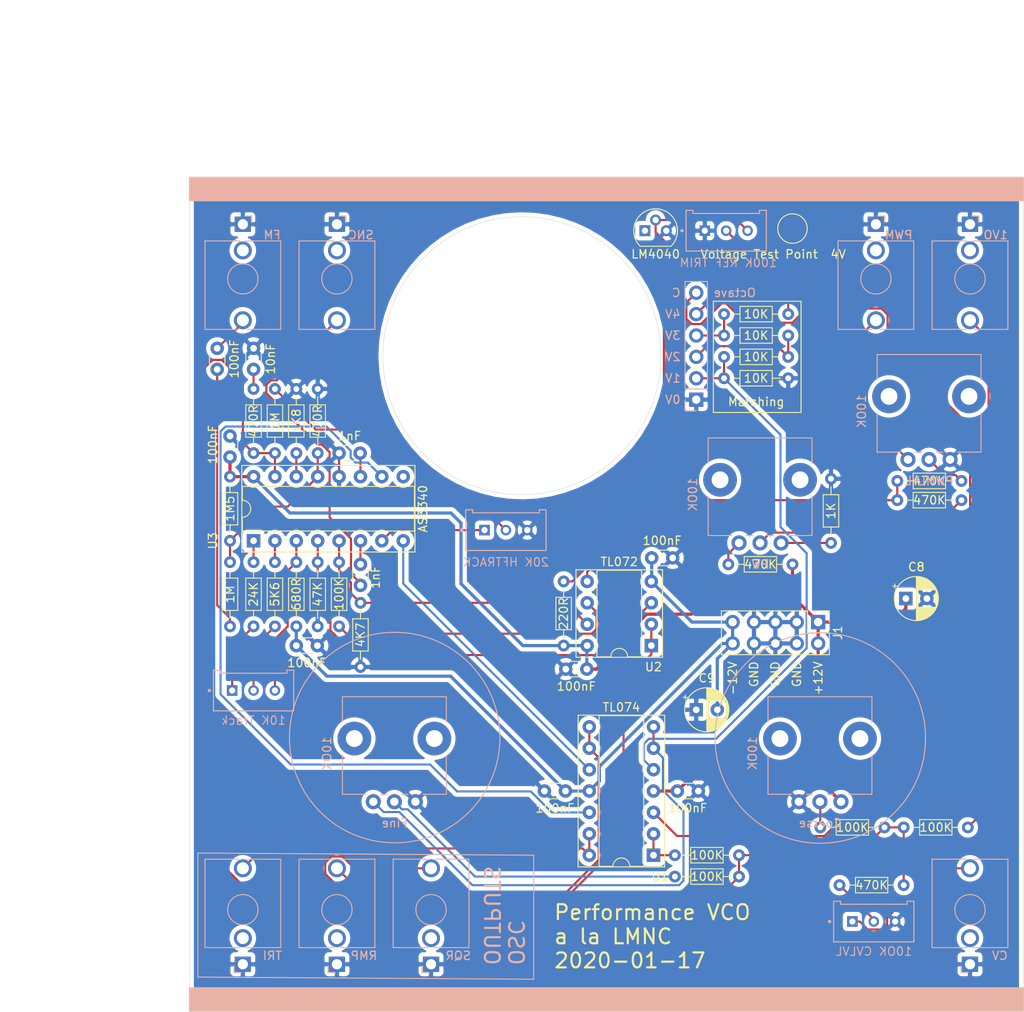
<source format=kicad_pcb>
(kicad_pcb (version 20171130) (host pcbnew 5.1.4)
  (layers (0 F.Cu signal) (31 B.Cu signal hide) (34 B.Paste user) (35 F.Paste user) (36 B.SilkS user) (37 F.SilkS user) (38 B.Mask user) (39 F.Mask user) (44 Edge.Cuts user))
  (net 0 "")
  (net 1 "Net-(C1-Pad2)")
  (net 2 FMINPUT)
  (net 3 +12V)
  (net 4 GND)
  (net 5 -12V)
  (net 6 SYNCIN1)
  (net 7 "Net-(C4-Pad1)")
  (net 8 "Net-(C6-Pad2)")
  (net 9 "Net-(C7-Pad2)")
  (net 10 SQUAREOUT)
  (net 11 "Net-(J2-PadTN)")
  (net 12 TRIANGLEOUT)
  (net 13 "Net-(J3-PadTN)")
  (net 14 RAMPOUT)
  (net 15 "Net-(J4-PadTN)")
  (net 16 1VOCTIN)
  (net 17 "Net-(J5-PadTN)")
  (net 18 CVIN)
  (net 19 "Net-(J6-PadTN)")
  (net 20 "Net-(J7-PadTN)")
  (net 21 PWMIN)
  (net 22 "Net-(J8-PadTN)")
  (net 23 "Net-(J9-PadTN)")
  (net 24 "Net-(J13-Pad6)")
  (net 25 REF)
  (net 26 "Net-(J13-Pad4)")
  (net 27 "Net-(J13-Pad3)")
  (net 28 1V)
  (net 29 "Net-(R1-Pad1)")
  (net 30 "Net-(R3-Pad2)")
  (net 31 "Net-(R3-Pad1)")
  (net 32 "Net-(R5-Pad2)")
  (net 33 "Net-(R5-Pad1)")
  (net 34 "Net-(R6-Pad2)")
  (net 35 CVINPUTS)
  (net 36 "Net-(R8-Pad2)")
  (net 37 VP)
  (net 38 "Net-(R10-Pad1)")
  (net 39 "Net-(R11-Pad2)")
  (net 40 "Net-(R11-Pad1)")
  (net 41 "Net-(R12-Pad2)")
  (net 42 "Net-(R13-Pad1)")
  (net 43 "Net-(R14-Pad2)")
  (net 44 VPWM)
  (net 45 "Net-(R19-Pad2)")
  (net 46 "Net-(R20-Pad2)")
  (net 47 "Net-(R23-Pad2)")
  (net 48 "Net-(R24-Pad2)")
  (net 49 "Net-(R26-Pad2)")
  (net 50 "Net-(R42-Pad1)")
  (net 51 "Net-(RV7-Pad1)")
  (net 52 HIFTRACK)
  (net 53 VTO)
  (net 54 VSO)
  (net 55 "Net-(U3-Pad9)")
  (module Connector_PinHeader_2.54mm:PinHeader_2x05_P2.54mm_Vertical (layer F.Cu) (at 156.21 109.728 270)
    (fp_text reference J1 (at 1.27 -2.33 90) (layer F.SilkS))
    (fp_text value Power)
    (pad 10 thru_hole oval (at 2.54 10.16 270) (size 1.7 1.7) (drill 1) (layers *.Cu *.Mask) (net 5 -12V))
    (pad 9 thru_hole oval (at 0 10.16 270) (size 1.7 1.7) (drill 1) (layers *.Cu *.Mask) (net 5 -12V))
    (pad 8 thru_hole oval (at 2.54 7.62 270) (size 1.7 1.7) (drill 1) (layers *.Cu *.Mask) (net 4 GND))
    (pad 7 thru_hole oval (at 0 7.62 270) (size 1.7 1.7) (drill 1) (layers *.Cu *.Mask) (net 4 GND))
    (pad 6 thru_hole oval (at 2.54 5.08 270) (size 1.7 1.7) (drill 1) (layers *.Cu *.Mask) (net 4 GND))
    (pad 5 thru_hole oval (at 0 5.08 270) (size 1.7 1.7) (drill 1) (layers *.Cu *.Mask) (net 4 GND))
    (pad 4 thru_hole oval (at 2.54 2.54 270) (size 1.7 1.7) (drill 1) (layers *.Cu *.Mask) (net 4 GND))
    (pad 3 thru_hole oval (at 0 2.54 270) (size 1.7 1.7) (drill 1) (layers *.Cu *.Mask) (net 4 GND))
    (pad 2 thru_hole oval (at 2.54 0 270) (size 1.7 1.7) (drill 1) (layers *.Cu *.Mask) (net 3 +12V))
    (pad 1 thru_hole rect (at 0 0 270) (size 1.7 1.7) (drill 1) (layers *.Cu *.Mask) (net 3 +12V))
  )
  (module Capacitor_THT:CP_Radial_D5.0mm_P2.50mm (layer F.Cu) (at 141.732 120.142)
    (fp_text reference C9 (at 1.25 -3.75) (layer F.SilkS))
    (fp_text value 10uF)
    (pad 2 thru_hole circle (at 2.5 0) (size 1.6 1.6) (drill 0.8) (layers *.Cu *.Mask) (net 5 -12V))
    (pad 1 thru_hole rect (at 0 0) (size 1.6 1.6) (drill 0.8) (layers *.Cu *.Mask) (net 4 GND))
  )
  (module Capacitor_THT:CP_Radial_D5.0mm_P2.50mm (layer F.Cu) (at 166.624 106.934)
    (fp_text reference C8 (at 1.25 -3.75) (layer F.SilkS))
    (fp_text value 10uF)
    (pad 2 thru_hole circle (at 2.5 0) (size 1.6 1.6) (drill 0.8) (layers *.Cu *.Mask) (net 4 GND))
    (pad 1 thru_hole rect (at 0 0) (size 1.6 1.6) (drill 0.8) (layers *.Cu *.Mask) (net 3 +12V))
  )
  (module Package_DIP:DIP-16_W7.62mm_Socket (layer F.Cu) (at 89.154 100.076 90)
    (fp_text reference U3 (at 0 -4.826 90) (layer F.SilkS))
    (fp_text value AS3340 (at 3.81 20.11 90) (layer F.SilkS))
    (pad 16 thru_hole oval (at 7.62 0 90) (size 1.6 1.6) (drill 0.8) (layers *.Cu *.Mask) (net 3 +12V))
    (pad 8 thru_hole oval (at 0 17.78 90) (size 1.6 1.6) (drill 0.8) (layers *.Cu *.Mask) (net 54 VSO))
    (pad 15 thru_hole oval (at 7.62 2.54 90) (size 1.6 1.6) (drill 0.8) (layers *.Cu *.Mask) (net 35 CVINPUTS))
    (pad 7 thru_hole oval (at 0 15.24 90) (size 1.6 1.6) (drill 0.8) (layers *.Cu *.Mask) (net 52 HIFTRACK))
    (pad 14 thru_hole oval (at 7.62 5.08 90) (size 1.6 1.6) (drill 0.8) (layers *.Cu *.Mask) (net 36 "Net-(R8-Pad2)"))
    (pad 6 thru_hole oval (at 0 12.7 90) (size 1.6 1.6) (drill 0.8) (layers *.Cu *.Mask) (net 7 "Net-(C4-Pad1)"))
    (pad 13 thru_hole oval (at 7.62 7.62 90) (size 1.6 1.6) (drill 0.8) (layers *.Cu *.Mask) (net 29 "Net-(R1-Pad1)"))
    (pad 5 thru_hole oval (at 0 10.16 90) (size 1.6 1.6) (drill 0.8) (layers *.Cu *.Mask) (net 44 VPWM))
    (pad 12 thru_hole oval (at 7.62 10.16 90) (size 1.6 1.6) (drill 0.8) (layers *.Cu *.Mask) (net 4 GND))
    (pad 4 thru_hole oval (at 0 7.62 90) (size 1.6 1.6) (drill 0.8) (layers *.Cu *.Mask) (net 37 VP))
    (pad 11 thru_hole oval (at 7.62 12.7 90) (size 1.6 1.6) (drill 0.8) (layers *.Cu *.Mask) (net 8 "Net-(C6-Pad2)"))
    (pad 3 thru_hole oval (at 0 5.08 90) (size 1.6 1.6) (drill 0.8) (layers *.Cu *.Mask) (net 34 "Net-(R6-Pad2)"))
    (pad 10 thru_hole oval (at 7.62 15.24 90) (size 1.6 1.6) (drill 0.8) (layers *.Cu *.Mask) (net 53 VTO))
    (pad 2 thru_hole oval (at 0 2.54 90) (size 1.6 1.6) (drill 0.8) (layers *.Cu *.Mask) (net 33 "Net-(R5-Pad1)"))
    (pad 9 thru_hole oval (at 7.62 17.78 90) (size 1.6 1.6) (drill 0.8) (layers *.Cu *.Mask) (net 55 "Net-(U3-Pad9)"))
    (pad 1 thru_hole rect (at 0 0 90) (size 1.6 1.6) (drill 0.8) (layers *.Cu *.Mask) (net 31 "Net-(R3-Pad1)"))
  )
  (module Package_DIP:DIP-8_W7.62mm_Socket (layer F.Cu) (at 136.398 112.522 180)
    (fp_text reference U2 (at -0.254 -2.54) (layer F.SilkS))
    (fp_text value TL072 (at 3.81 9.95) (layer F.SilkS))
    (pad 8 thru_hole oval (at 7.62 0 180) (size 1.6 1.6) (drill 0.8) (layers *.Cu *.Mask) (net 3 +12V))
    (pad 4 thru_hole oval (at 0 7.62 180) (size 1.6 1.6) (drill 0.8) (layers *.Cu *.Mask) (net 5 -12V))
    (pad 7 thru_hole oval (at 7.62 2.54 180) (size 1.6 1.6) (drill 0.8) (layers *.Cu *.Mask) (net 44 VPWM))
    (pad 3 thru_hole oval (at 0 5.08 180) (size 1.6 1.6) (drill 0.8) (layers *.Cu *.Mask) (net 37 VP))
    (pad 6 thru_hole oval (at 7.62 5.08 180) (size 1.6 1.6) (drill 0.8) (layers *.Cu *.Mask) (net 43 "Net-(R14-Pad2)"))
    (pad 2 thru_hole oval (at 0 2.54 180) (size 1.6 1.6) (drill 0.8) (layers *.Cu *.Mask) (net 10 SQUAREOUT))
    (pad 5 thru_hole oval (at 7.62 7.62 180) (size 1.6 1.6) (drill 0.8) (layers *.Cu *.Mask) (net 39 "Net-(R11-Pad2)"))
    (pad 1 thru_hole rect (at 0 0 180) (size 1.6 1.6) (drill 0.8) (layers *.Cu *.Mask) (net 10 SQUAREOUT))
  )
  (module Package_DIP:DIP-14_W7.62mm_Socket (layer F.Cu) (at 136.652 137.414 180)
    (fp_text reference U1 (at -0.762 -2.54) (layer F.SilkS))
    (fp_text value TL074 (at 3.81 17.57) (layer F.SilkS))
    (pad 14 thru_hole oval (at 7.62 0 180) (size 1.6 1.6) (drill 0.8) (layers *.Cu *.Mask) (net 12 TRIANGLEOUT))
    (pad 7 thru_hole oval (at 0 15.24 180) (size 1.6 1.6) (drill 0.8) (layers *.Cu *.Mask) (net 51 "Net-(RV7-Pad1)"))
    (pad 13 thru_hole oval (at 7.62 2.54 180) (size 1.6 1.6) (drill 0.8) (layers *.Cu *.Mask) (net 12 TRIANGLEOUT))
    (pad 6 thru_hole oval (at 0 12.7 180) (size 1.6 1.6) (drill 0.8) (layers *.Cu *.Mask) (net 51 "Net-(RV7-Pad1)"))
    (pad 12 thru_hole oval (at 7.62 5.08 180) (size 1.6 1.6) (drill 0.8) (layers *.Cu *.Mask) (net 53 VTO))
    (pad 5 thru_hole oval (at 0 10.16 180) (size 1.6 1.6) (drill 0.8) (layers *.Cu *.Mask) (net 28 1V))
    (pad 11 thru_hole oval (at 7.62 7.62 180) (size 1.6 1.6) (drill 0.8) (layers *.Cu *.Mask) (net 5 -12V))
    (pad 4 thru_hole oval (at 0 7.62 180) (size 1.6 1.6) (drill 0.8) (layers *.Cu *.Mask) (net 3 +12V))
    (pad 10 thru_hole oval (at 7.62 10.16 180) (size 1.6 1.6) (drill 0.8) (layers *.Cu *.Mask) (net 54 VSO))
    (pad 3 thru_hole oval (at 0 5.08 180) (size 1.6 1.6) (drill 0.8) (layers *.Cu *.Mask) (net 24 "Net-(J13-Pad6)"))
    (pad 9 thru_hole oval (at 7.62 12.7 180) (size 1.6 1.6) (drill 0.8) (layers *.Cu *.Mask) (net 14 RAMPOUT))
    (pad 2 thru_hole oval (at 0 2.54 180) (size 1.6 1.6) (drill 0.8) (layers *.Cu *.Mask) (net 45 "Net-(R19-Pad2)"))
    (pad 8 thru_hole oval (at 7.62 15.24 180) (size 1.6 1.6) (drill 0.8) (layers *.Cu *.Mask) (net 14 RAMPOUT))
    (pad 1 thru_hole rect (at 0 0 180) (size 1.6 1.6) (drill 0.8) (layers *.Cu *.Mask) (net 45 "Net-(R19-Pad2)"))
  )
  (module Resistor_THT:R_Axial_DIN0204_L3.6mm_D1.6mm_P7.62mm_Horizontal (layer F.Cu) (at 125.984 104.902 270)
    (fp_text reference R42 hide)
    (fp_text value 220R (at 3.81 0 90) (layer F.SilkS))
    (pad 2 thru_hole oval (at 7.62 0 270) (size 1.4 1.4) (drill 0.7) (layers *.Cu *.Mask) (net 3 +12V))
    (pad 1 thru_hole circle (at 0 0 270) (size 1.4 1.4) (drill 0.7) (layers *.Cu *.Mask) (net 50 "Net-(R42-Pad1)"))
  )
  (module Resistor_THT:R_Axial_DIN0204_L3.6mm_D1.6mm_P7.62mm_Horizontal (layer F.Cu) (at 91.694 89.662 90)
    (fp_text reference R26 hide)
    (fp_text value 1M (at 3.81 0 90) (layer F.SilkS))
    (pad 2 thru_hole oval (at 7.62 0 90) (size 1.4 1.4) (drill 0.7) (layers *.Cu *.Mask) (net 49 "Net-(R26-Pad2)"))
    (pad 1 thru_hole circle (at 0 0 90) (size 1.4 1.4) (drill 0.7) (layers *.Cu *.Mask) (net 35 CVINPUTS))
  )
  (module Resistor_THT:R_Axial_DIN0204_L3.6mm_D1.6mm_P7.62mm_Horizontal (layer F.Cu) (at 146.812 139.954 180)
    (fp_text reference R24 hide)
    (fp_text value 100K (at 3.81 0) (layer F.SilkS))
    (pad 2 thru_hole oval (at 7.62 0 180) (size 1.4 1.4) (drill 0.7) (layers *.Cu *.Mask) (net 48 "Net-(R24-Pad2)"))
    (pad 1 thru_hole circle (at 0 0 180) (size 1.4 1.4) (drill 0.7) (layers *.Cu *.Mask) (net 35 CVINPUTS))
  )
  (module Resistor_THT:R_Axial_DIN0204_L3.6mm_D1.6mm_P7.62mm_Horizontal (layer F.Cu) (at 164.084 134.112 180)
    (fp_text reference R23 hide)
    (fp_text value 100K (at 3.81 0) (layer F.SilkS))
    (pad 2 thru_hole oval (at 7.62 0 180) (size 1.4 1.4) (drill 0.7) (layers *.Cu *.Mask) (net 47 "Net-(R23-Pad2)"))
    (pad 1 thru_hole circle (at 0 0 180) (size 1.4 1.4) (drill 0.7) (layers *.Cu *.Mask) (net 35 CVINPUTS))
  )
  (module Resistor_THT:R_Axial_DIN0204_L3.6mm_D1.6mm_P7.62mm_Horizontal (layer F.Cu) (at 166.37 134.112)
    (fp_text reference R22 hide)
    (fp_text value 100K (at 3.81 0) (layer F.SilkS))
    (pad 2 thru_hole oval (at 7.62 0) (size 1.4 1.4) (drill 0.7) (layers *.Cu *.Mask) (net 16 1VOCTIN))
    (pad 1 thru_hole circle (at 0 0) (size 1.4 1.4) (drill 0.7) (layers *.Cu *.Mask) (net 35 CVINPUTS))
  )
  (module Resistor_THT:R_Axial_DIN0204_L3.6mm_D1.6mm_P7.62mm_Horizontal (layer F.Cu) (at 152.654 73.152 180)
    (fp_text reference R21 hide)
    (fp_text value 10K (at 3.81 0) (layer F.SilkS))
    (pad 2 thru_hole oval (at 7.62 0 180) (size 1.4 1.4) (drill 0.7) (layers *.Cu *.Mask) (net 26 "Net-(J13-Pad4)"))
    (pad 1 thru_hole circle (at 0 0 180) (size 1.4 1.4) (drill 0.7) (layers *.Cu *.Mask) (net 25 REF))
  )
  (module Resistor_THT:R_Axial_DIN0204_L3.6mm_D1.6mm_P7.62mm_Horizontal (layer F.Cu) (at 166.37 140.97 180)
    (fp_text reference R20 hide)
    (fp_text value 470K (at 3.81 0) (layer F.SilkS))
    (pad 2 thru_hole oval (at 7.62 0 180) (size 1.4 1.4) (drill 0.7) (layers *.Cu *.Mask) (net 46 "Net-(R20-Pad2)"))
    (pad 1 thru_hole circle (at 0 0 180) (size 1.4 1.4) (drill 0.7) (layers *.Cu *.Mask) (net 35 CVINPUTS))
  )
  (module Resistor_THT:R_Axial_DIN0204_L3.6mm_D1.6mm_P7.62mm_Horizontal (layer F.Cu) (at 146.812 137.414 180)
    (fp_text reference R19 hide)
    (fp_text value 100K (at 3.81 0) (layer F.SilkS))
    (pad 2 thru_hole oval (at 7.62 0 180) (size 1.4 1.4) (drill 0.7) (layers *.Cu *.Mask) (net 45 "Net-(R19-Pad2)"))
    (pad 1 thru_hole circle (at 0 0 180) (size 1.4 1.4) (drill 0.7) (layers *.Cu *.Mask) (net 35 CVINPUTS))
  )
  (module Resistor_THT:R_Axial_DIN0204_L3.6mm_D1.6mm_P7.62mm_Horizontal (layer F.Cu) (at 145.034 75.692)
    (fp_text reference R18 hide)
    (fp_text value 10K (at 3.81 0) (layer F.SilkS))
    (pad 2 thru_hole oval (at 7.62 0) (size 1.4 1.4) (drill 0.7) (layers *.Cu *.Mask) (net 27 "Net-(J13-Pad3)"))
    (pad 1 thru_hole circle (at 0 0) (size 1.4 1.4) (drill 0.7) (layers *.Cu *.Mask) (net 26 "Net-(J13-Pad4)"))
  )
  (module Resistor_THT:R_Axial_DIN0204_L3.6mm_D1.6mm_P7.62mm_Horizontal (layer F.Cu) (at 152.654 78.232 180)
    (fp_text reference R17 hide)
    (fp_text value 10K (at 3.81 0) (layer F.SilkS))
    (pad 2 thru_hole oval (at 7.62 0 180) (size 1.4 1.4) (drill 0.7) (layers *.Cu *.Mask) (net 28 1V))
    (pad 1 thru_hole circle (at 0 0 180) (size 1.4 1.4) (drill 0.7) (layers *.Cu *.Mask) (net 27 "Net-(J13-Pad3)"))
  )
  (module Resistor_THT:R_Axial_DIN0204_L3.6mm_D1.6mm_P7.62mm_Horizontal (layer F.Cu) (at 145.034 80.772)
    (fp_text reference R16 hide)
    (fp_text value 10K (at 3.81 0) (layer F.SilkS))
    (pad 2 thru_hole oval (at 7.62 0) (size 1.4 1.4) (drill 0.7) (layers *.Cu *.Mask) (net 4 GND))
    (pad 1 thru_hole circle (at 0 0) (size 1.4 1.4) (drill 0.7) (layers *.Cu *.Mask) (net 28 1V))
  )
  (module Resistor_THT:R_Axial_DIN0204_L3.6mm_D1.6mm_P7.62mm_Horizontal (layer F.Cu) (at 101.854 107.442 270)
    (fp_text reference R15 hide)
    (fp_text value 4K7 (at 3.81 0 90) (layer F.SilkS))
    (pad 2 thru_hole oval (at 7.62 0 270) (size 1.4 1.4) (drill 0.7) (layers *.Cu *.Mask) (net 4 GND))
    (pad 1 thru_hole circle (at 0 0 270) (size 1.4 1.4) (drill 0.7) (layers *.Cu *.Mask) (net 44 VPWM))
  )
  (module Resistor_THT:R_Axial_DIN0204_L3.6mm_D1.6mm_P7.62mm_Horizontal (layer F.Cu) (at 99.314 102.616 270)
    (fp_text reference R14 hide)
    (fp_text value 100K (at 3.81 0 90) (layer F.SilkS))
    (pad 2 thru_hole oval (at 7.62 0 270) (size 1.4 1.4) (drill 0.7) (layers *.Cu *.Mask) (net 43 "Net-(R14-Pad2)"))
    (pad 1 thru_hole circle (at 0 0 270) (size 1.4 1.4) (drill 0.7) (layers *.Cu *.Mask) (net 44 VPWM))
  )
  (module Resistor_THT:R_Axial_DIN0204_L3.6mm_D1.6mm_P7.62mm_Horizontal (layer F.Cu) (at 145.542 102.87)
    (fp_text reference R13 hide)
    (fp_text value 470K (at 3.81 0) (layer F.SilkS))
    (pad 2 thru_hole oval (at 7.62 0) (size 1.4 1.4) (drill 0.7) (layers *.Cu *.Mask) (net 3 +12V))
    (pad 1 thru_hole circle (at 0 0) (size 1.4 1.4) (drill 0.7) (layers *.Cu *.Mask) (net 42 "Net-(R13-Pad1)"))
  )
  (module Resistor_THT:R_Axial_DIN0204_L3.6mm_D1.6mm_P7.62mm_Horizontal (layer F.Cu) (at 165.608 95.25)
    (fp_text reference R12 hide)
    (fp_text value 470K (at 3.81 0) (layer F.SilkS))
    (pad 2 thru_hole oval (at 7.62 0) (size 1.4 1.4) (drill 0.7) (layers *.Cu *.Mask) (net 41 "Net-(R12-Pad2)"))
    (pad 1 thru_hole circle (at 0 0) (size 1.4 1.4) (drill 0.7) (layers *.Cu *.Mask) (net 39 "Net-(R11-Pad2)"))
  )
  (module Resistor_THT:R_Axial_DIN0204_L3.6mm_D1.6mm_P7.62mm_Horizontal (layer F.Cu) (at 173.228 92.964 180)
    (fp_text reference R11 hide)
    (fp_text value 470K (at 3.81 0) (layer F.SilkS))
    (pad 2 thru_hole oval (at 7.62 0 180) (size 1.4 1.4) (drill 0.7) (layers *.Cu *.Mask) (net 39 "Net-(R11-Pad2)"))
    (pad 1 thru_hole circle (at 0 0 180) (size 1.4 1.4) (drill 0.7) (layers *.Cu *.Mask) (net 40 "Net-(R11-Pad1)"))
  )
  (module Resistor_THT:R_Axial_DIN0204_L3.6mm_D1.6mm_P7.62mm_Horizontal (layer F.Cu) (at 157.734 100.33 90)
    (fp_text reference R10 hide)
    (fp_text value 1K (at 3.81 0 90) (layer F.SilkS))
    (pad 2 thru_hole oval (at 7.62 0 90) (size 1.4 1.4) (drill 0.7) (layers *.Cu *.Mask) (net 4 GND))
    (pad 1 thru_hole circle (at 0 0 90) (size 1.4 1.4) (drill 0.7) (layers *.Cu *.Mask) (net 38 "Net-(R10-Pad1)"))
  )
  (module Resistor_THT:R_Axial_DIN0204_L3.6mm_D1.6mm_P7.62mm_Horizontal (layer F.Cu) (at 96.774 102.616 270)
    (fp_text reference R9 hide)
    (fp_text value 47K (at 3.81 0 90) (layer F.SilkS))
    (pad 2 thru_hole oval (at 7.62 0 270) (size 1.4 1.4) (drill 0.7) (layers *.Cu *.Mask) (net 4 GND))
    (pad 1 thru_hole circle (at 0 0 270) (size 1.4 1.4) (drill 0.7) (layers *.Cu *.Mask) (net 37 VP))
  )
  (module Resistor_THT:R_Axial_DIN0204_L3.6mm_D1.6mm_P7.62mm_Horizontal (layer F.Cu) (at 94.234 82.042 270)
    (fp_text reference R8 hide)
    (fp_text value 1K8 (at 3.81 0 90) (layer F.SilkS))
    (pad 2 thru_hole oval (at 7.62 0 270) (size 1.4 1.4) (drill 0.7) (layers *.Cu *.Mask) (net 36 "Net-(R8-Pad2)"))
    (pad 1 thru_hole circle (at 0 0 270) (size 1.4 1.4) (drill 0.7) (layers *.Cu *.Mask) (net 4 GND))
  )
  (module Resistor_THT:R_Axial_DIN0204_L3.6mm_D1.6mm_P7.62mm_Horizontal (layer F.Cu) (at 89.154 82.042 270)
    (fp_text reference R7 hide)
    (fp_text value 470R (at 3.81 0 90) (layer F.SilkS))
    (pad 2 thru_hole oval (at 7.62 0 270) (size 1.4 1.4) (drill 0.7) (layers *.Cu *.Mask) (net 35 CVINPUTS))
    (pad 1 thru_hole circle (at 0 0 270) (size 1.4 1.4) (drill 0.7) (layers *.Cu *.Mask) (net 9 "Net-(C7-Pad2)"))
  )
  (module Resistor_THT:R_Axial_DIN0204_L3.6mm_D1.6mm_P7.62mm_Horizontal (layer F.Cu) (at 94.234 110.236 90)
    (fp_text reference R6 hide)
    (fp_text value 680R (at 3.81 0 90) (layer F.SilkS))
    (pad 2 thru_hole oval (at 7.62 0 90) (size 1.4 1.4) (drill 0.7) (layers *.Cu *.Mask) (net 34 "Net-(R6-Pad2)"))
    (pad 1 thru_hole circle (at 0 0 90) (size 1.4 1.4) (drill 0.7) (layers *.Cu *.Mask) (net 5 -12V))
  )
  (module Resistor_THT:R_Axial_DIN0204_L3.6mm_D1.6mm_P7.62mm_Horizontal (layer F.Cu) (at 91.694 102.616 270)
    (fp_text reference R5 hide)
    (fp_text value 5K6 (at 3.81 0 90) (layer F.SilkS))
    (pad 2 thru_hole oval (at 7.62 0 270) (size 1.4 1.4) (drill 0.7) (layers *.Cu *.Mask) (net 32 "Net-(R5-Pad2)"))
    (pad 1 thru_hole circle (at 0 0 270) (size 1.4 1.4) (drill 0.7) (layers *.Cu *.Mask) (net 33 "Net-(R5-Pad1)"))
  )
  (module Resistor_THT:R_Axial_DIN0204_L3.6mm_D1.6mm_P7.62mm_Horizontal (layer F.Cu) (at 86.36 100.076 90)
    (fp_text reference R4 hide)
    (fp_text value 1M5 (at 3.81 0 90) (layer F.SilkS))
    (pad 2 thru_hole oval (at 7.62 0 90) (size 1.4 1.4) (drill 0.7) (layers *.Cu *.Mask) (net 3 +12V))
    (pad 1 thru_hole circle (at 0 0 90) (size 1.4 1.4) (drill 0.7) (layers *.Cu *.Mask) (net 29 "Net-(R1-Pad1)"))
  )
  (module Resistor_THT:R_Axial_DIN0204_L3.6mm_D1.6mm_P7.62mm_Horizontal (layer F.Cu) (at 89.154 102.616 270)
    (fp_text reference R3 hide)
    (fp_text value 24K (at 3.81 0 90) (layer F.SilkS))
    (pad 2 thru_hole oval (at 7.62 0 270) (size 1.4 1.4) (drill 0.7) (layers *.Cu *.Mask) (net 30 "Net-(R3-Pad2)"))
    (pad 1 thru_hole circle (at 0 0 270) (size 1.4 1.4) (drill 0.7) (layers *.Cu *.Mask) (net 31 "Net-(R3-Pad1)"))
  )
  (module Resistor_THT:R_Axial_DIN0204_L3.6mm_D1.6mm_P7.62mm_Horizontal (layer F.Cu) (at 96.774 89.662 90)
    (fp_text reference R2 hide)
    (fp_text value 470R (at 3.81 0 90) (layer F.SilkS))
    (pad 2 thru_hole oval (at 7.62 0 90) (size 1.4 1.4) (drill 0.7) (layers *.Cu *.Mask) (net 4 GND))
    (pad 1 thru_hole circle (at 0 0 90) (size 1.4 1.4) (drill 0.7) (layers *.Cu *.Mask) (net 29 "Net-(R1-Pad1)"))
  )
  (module Resistor_THT:R_Axial_DIN0204_L3.6mm_D1.6mm_P7.62mm_Horizontal (layer F.Cu) (at 86.36 102.616 270)
    (fp_text reference R1 hide)
    (fp_text value 1M (at 3.81 0 90) (layer F.SilkS))
    (pad 2 thru_hole oval (at 7.62 0 270) (size 1.4 1.4) (drill 0.7) (layers *.Cu *.Mask) (net 1 "Net-(C1-Pad2)"))
    (pad 1 thru_hole circle (at 0 0 270) (size 1.4 1.4) (drill 0.7) (layers *.Cu *.Mask) (net 29 "Net-(R1-Pad1)"))
  )
  (module 3296W-1-250:TRIM_3296W-1-250 (layer B.Cu) (at 119.126 98.806)
    (fp_text reference RV8 hide)
    (fp_text value "20K HFTRACK" (at 0 3.81) (layer B.SilkS) (effects (font (size 1.002449 1.002449) (thickness 0.127)) (justify mirror)))
    (pad 1 thru_hole rect (at -2.54 0) (size 1.248 1.248) (drill 0.74) (layers *.Cu *.Mask) (net 52 HIFTRACK))
    (pad 2 thru_hole circle (at 0 0) (size 1.248 1.248) (drill 0.74) (layers *.Cu *.Mask) (net 49 "Net-(R26-Pad2)"))
    (pad 3 thru_hole circle (at 2.54 0) (size 1.248 1.248) (drill 0.74) (layers *.Cu *.Mask) (net 4 GND))
  )
  (module 3296W-1-250:TRIM_3296W-1-250 (layer B.Cu) (at 162.814 145.288)
    (fp_text reference RV5 hide)
    (fp_text value "10OK CVLVL" (at 0 3.556) (layer B.SilkS) (effects (font (size 1.002449 1.002449) (thickness 0.127)) (justify mirror)))
    (pad 1 thru_hole rect (at -2.54 0) (size 1.248 1.248) (drill 0.74) (layers *.Cu *.Mask) (net 18 CVIN))
    (pad 2 thru_hole circle (at 0 0) (size 1.248 1.248) (drill 0.74) (layers *.Cu *.Mask) (net 46 "Net-(R20-Pad2)"))
    (pad 3 thru_hole circle (at 2.54 0) (size 1.248 1.248) (drill 0.74) (layers *.Cu *.Mask) (net 4 GND))
  )
  (module 3296W-1-250:TRIM_3296W-1-250 (layer B.Cu) (at 145.288 63.246)
    (fp_text reference RV3 hide)
    (fp_text value "100K REF TRIM" (at 0.254 3.81) (layer B.SilkS) (effects (font (size 1.002449 1.002449) (thickness 0.127)) (justify mirror)))
    (pad 1 thru_hole rect (at -2.54 0) (size 1.248 1.248) (drill 0.74) (layers *.Cu *.Mask) (net 4 GND))
    (pad 2 thru_hole circle (at 0 0) (size 1.248 1.248) (drill 0.74) (layers *.Cu *.Mask) (net 25 REF))
    (pad 3 thru_hole circle (at 2.54 0) (size 1.248 1.248) (drill 0.74) (layers *.Cu *.Mask) (net 50 "Net-(R42-Pad1)"))
  )
  (module 3296W-1-250:TRIM_3296W-1-250 (layer B.Cu) (at 89.154 117.856)
    (fp_text reference RV1 hide)
    (fp_text value "10K Track" (at 0 3.556) (layer B.SilkS) (effects (font (size 1.002449 1.002449) (thickness 0.127)) (justify mirror)))
    (pad 1 thru_hole rect (at -2.54 0) (size 1.248 1.248) (drill 0.74) (layers *.Cu *.Mask) (net 30 "Net-(R3-Pad2)"))
    (pad 2 thru_hole circle (at 0 0) (size 1.248 1.248) (drill 0.74) (layers *.Cu *.Mask) (net 32 "Net-(R5-Pad2)"))
    (pad 3 thru_hole circle (at 2.54 0) (size 1.248 1.248) (drill 0.74) (layers *.Cu *.Mask) (net 34 "Net-(R6-Pad2)"))
  )
  (module Package_TO_SOT_THT:TO-92 (layer F.Cu) (at 135.636 63.246)
    (fp_text reference U4 hide)
    (fp_text value LM4040 (at 1.27 2.79) (layer F.SilkS))
    (pad 1 thru_hole rect (at 0 0 90) (size 1.3 1.3) (drill 0.75) (layers *.Cu *.Mask))
    (pad 3 thru_hole circle (at 2.54 0 90) (size 1.3 1.3) (drill 0.75) (layers *.Cu *.Mask) (net 4 GND))
    (pad 2 thru_hole circle (at 1.27 -1.27 90) (size 1.3 1.3) (drill 0.75) (layers *.Cu *.Mask) (net 50 "Net-(R42-Pad1)"))
  )
  (module TestPoint:TestPoint_Pad_D3.0mm (layer F.Cu) (at 153.162 62.992)
    (fp_text reference TP1 hide)
    (fp_text value "Voltage Test Point  4V" (at -2.286 3.048) (layer F.SilkS))
    (pad 1 smd circle (at 0 0) (size 3 3) (layers F.Cu F.Mask) (net 25 REF))
  )
  (module Potentiometer_THT:Potentiometer_Alps_RK09L_Single_Vertical (layer B.Cu) (at 103.378 131.064 90)
    (fp_text reference RV7)
    (fp_text value 10OK (at 5.725 -5.5 270) (layer B.SilkS) (effects (justify mirror)))
    (fp_text user Fine (at -2.54 2.54 180) (layer B.SilkS) (effects (justify mirror)))
    (pad "" np_thru_hole circle (at 7.5 -2.25 90) (size 4 4) (drill 2) (layers *.Cu *.Mask))
    (pad "" np_thru_hole circle (at 7.5 7.25 90) (size 4 4) (drill 2) (layers *.Cu *.Mask))
    (pad 1 thru_hole circle (at 0 0 90) (size 1.8 1.8) (drill 1) (layers *.Cu *.Mask) (net 51 "Net-(RV7-Pad1)"))
    (pad 2 thru_hole circle (at 0 2.5 90) (size 1.8 1.8) (drill 1) (layers *.Cu *.Mask) (net 48 "Net-(R24-Pad2)"))
    (pad 3 thru_hole circle (at 0 5 90) (size 1.8 1.8) (drill 1) (layers *.Cu *.Mask) (net 4 GND))
  )
  (module Potentiometer_THT:Potentiometer_Alps_RK09L_Single_Vertical (layer B.Cu) (at 153.924 131.064 90)
    (fp_text reference RV6)
    (fp_text value 10OK (at 5.725 -5.5 270) (layer B.SilkS) (effects (justify mirror)))
    (fp_text user Coarse (at -2.54 2.54 180) (layer B.SilkS) (effects (justify mirror)))
    (pad "" np_thru_hole circle (at 7.5 -2.25 90) (size 4 4) (drill 2) (layers *.Cu *.Mask))
    (pad "" np_thru_hole circle (at 7.5 7.25 90) (size 4 4) (drill 2) (layers *.Cu *.Mask))
    (pad 1 thru_hole circle (at 0 0 90) (size 1.8 1.8) (drill 1) (layers *.Cu *.Mask) (net 4 GND))
    (pad 2 thru_hole circle (at 0 2.5 90) (size 1.8 1.8) (drill 1) (layers *.Cu *.Mask) (net 47 "Net-(R23-Pad2)"))
    (pad 3 thru_hole circle (at 0 5 90) (size 1.8 1.8) (drill 1) (layers *.Cu *.Mask) (net 3 +12V))
  )
  (module Potentiometer_THT:Potentiometer_Alps_RK09L_Single_Vertical (layer B.Cu) (at 146.812 100.33 90)
    (fp_text reference RV4)
    (fp_text value 10OK (at 5.725 -5.5 270) (layer B.SilkS) (effects (justify mirror)))
    (fp_text user PW (at -2.54 2.54 180) (layer B.SilkS) (effects (justify mirror)))
    (pad "" np_thru_hole circle (at 7.5 -2.25 90) (size 4 4) (drill 2) (layers *.Cu *.Mask))
    (pad "" np_thru_hole circle (at 7.5 7.25 90) (size 4 4) (drill 2) (layers *.Cu *.Mask))
    (pad 1 thru_hole circle (at 0 0 90) (size 1.8 1.8) (drill 1) (layers *.Cu *.Mask) (net 42 "Net-(R13-Pad1)"))
    (pad 2 thru_hole circle (at 0 2.5 90) (size 1.8 1.8) (drill 1) (layers *.Cu *.Mask) (net 41 "Net-(R12-Pad2)"))
    (pad 3 thru_hole circle (at 0 5 90) (size 1.8 1.8) (drill 1) (layers *.Cu *.Mask) (net 38 "Net-(R10-Pad1)"))
  )
  (module Potentiometer_THT:Potentiometer_Alps_RK09L_Single_Vertical (layer B.Cu) (at 166.878 90.424 90)
    (fp_text reference RV2)
    (fp_text value 10OK (at 5.725 -5.5 270) (layer B.SilkS) (effects (justify mirror)))
    (fp_text user PWMLVL (at -2.54 2.54 180) (layer B.SilkS) (effects (justify mirror)))
    (pad "" np_thru_hole circle (at 7.5 -2.25 90) (size 4 4) (drill 2) (layers *.Cu *.Mask))
    (pad "" np_thru_hole circle (at 7.5 7.25 90) (size 4 4) (drill 2) (layers *.Cu *.Mask))
    (pad 1 thru_hole circle (at 0 0 90) (size 1.8 1.8) (drill 1) (layers *.Cu *.Mask) (net 21 PWMIN))
    (pad 2 thru_hole circle (at 0 2.5 90) (size 1.8 1.8) (drill 1) (layers *.Cu *.Mask) (net 40 "Net-(R11-Pad1)"))
    (pad 3 thru_hole circle (at 0 5 90) (size 1.8 1.8) (drill 1) (layers *.Cu *.Mask) (net 4 GND))
  )
  (module Connector_PinHeader_2.54mm:PinHeader_1x06_P2.54mm_Vertical (layer B.Cu) (at 141.732 83.312)
    (fp_text reference J13 hide)
    (fp_text value Octave (at 4.572 -12.7) (layer B.SilkS) (effects (justify mirror)))
    (pad 6 thru_hole oval (at 0 -12.7) (size 1.7 1.7) (drill 1) (layers *.Cu *.Mask) (net 24 "Net-(J13-Pad6)"))
    (pad 5 thru_hole oval (at 0 -10.16) (size 1.7 1.7) (drill 1) (layers *.Cu *.Mask) (net 25 REF))
    (pad 4 thru_hole oval (at 0 -7.62) (size 1.7 1.7) (drill 1) (layers *.Cu *.Mask) (net 26 "Net-(J13-Pad4)"))
    (pad 3 thru_hole oval (at 0 -5.08) (size 1.7 1.7) (drill 1) (layers *.Cu *.Mask) (net 27 "Net-(J13-Pad3)"))
    (pad 2 thru_hole oval (at 0 -2.54) (size 1.7 1.7) (drill 1) (layers *.Cu *.Mask) (net 28 1V))
    (pad 1 thru_hole rect (at 0 0) (size 1.7 1.7) (drill 1) (layers *.Cu *.Mask) (net 4 GND))
  )
  (module Connector_Audio:Jack_3.5mm_QingPu_WQP-PJ398SM_Vertical_CircularHoles (layer B.Cu) (at 87.884 62.484 180)
    (fp_text reference J9)
    (fp_text value FM (at -4.572 -1.27) (layer B.SilkS) (effects (justify left mirror)))
    (pad T thru_hole circle (at 0 -11.4) (size 2.13 2.13) (drill 1.43) (layers *.Cu *.Mask) (net 2 FMINPUT))
    (pad S thru_hole rect (at 0 0) (size 1.93 1.83) (drill 1.22) (layers *.Cu *.Mask) (net 4 GND))
    (pad TN thru_hole circle (at 0 -3.1) (size 2.13 2.13) (drill 1.42) (layers *.Cu *.Mask) (net 23 "Net-(J9-PadTN)"))
  )
  (module Connector_Audio:Jack_3.5mm_QingPu_WQP-PJ398SM_Vertical_CircularHoles (layer B.Cu) (at 163.068 62.484 180)
    (fp_text reference J8)
    (fp_text value PWM (at -4.445 -1.27) (layer B.SilkS) (effects (justify left mirror)))
    (pad T thru_hole circle (at 0 -11.4) (size 2.13 2.13) (drill 1.43) (layers *.Cu *.Mask) (net 21 PWMIN))
    (pad S thru_hole rect (at 0 0) (size 1.93 1.83) (drill 1.22) (layers *.Cu *.Mask) (net 4 GND))
    (pad TN thru_hole circle (at 0 -3.1) (size 2.13 2.13) (drill 1.42) (layers *.Cu *.Mask) (net 22 "Net-(J8-PadTN)"))
  )
  (module Connector_Audio:Jack_3.5mm_QingPu_WQP-PJ398SM_Vertical_CircularHoles (layer B.Cu) (at 99.06 62.484 180)
    (fp_text reference J7)
    (fp_text value SNC (at -4.445 -1.27) (layer B.SilkS) (effects (justify left mirror)))
    (pad T thru_hole circle (at 0 -11.4) (size 2.13 2.13) (drill 1.43) (layers *.Cu *.Mask) (net 6 SYNCIN1))
    (pad S thru_hole rect (at 0 0) (size 1.93 1.83) (drill 1.22) (layers *.Cu *.Mask) (net 4 GND))
    (pad TN thru_hole circle (at 0 -3.1) (size 2.13 2.13) (drill 1.42) (layers *.Cu *.Mask) (net 20 "Net-(J7-PadTN)"))
  )
  (module Connector_Audio:Jack_3.5mm_QingPu_WQP-PJ398SM_Vertical_CircularHoles (layer B.Cu) (at 174.244 150.368)
    (fp_text reference J6)
    (fp_text value CV (at 4.572 -1.016) (layer B.SilkS) (effects (justify left mirror)))
    (pad T thru_hole circle (at 0 -11.4 180) (size 2.13 2.13) (drill 1.43) (layers *.Cu *.Mask) (net 18 CVIN))
    (pad S thru_hole rect (at 0 0 180) (size 1.93 1.83) (drill 1.22) (layers *.Cu *.Mask) (net 4 GND))
    (pad TN thru_hole circle (at 0 -3.1 180) (size 2.13 2.13) (drill 1.42) (layers *.Cu *.Mask) (net 19 "Net-(J6-PadTN)"))
  )
  (module Connector_Audio:Jack_3.5mm_QingPu_WQP-PJ398SM_Vertical_CircularHoles (layer B.Cu) (at 174.244 62.484 180)
    (fp_text reference J5)
    (fp_text value 1VO (at -4.572 -1.27) (layer B.SilkS) (effects (justify left mirror)))
    (pad T thru_hole circle (at 0 -11.4) (size 2.13 2.13) (drill 1.43) (layers *.Cu *.Mask) (net 16 1VOCTIN))
    (pad S thru_hole rect (at 0 0) (size 1.93 1.83) (drill 1.22) (layers *.Cu *.Mask) (net 4 GND))
    (pad TN thru_hole circle (at 0 -3.1) (size 2.13 2.13) (drill 1.42) (layers *.Cu *.Mask) (net 17 "Net-(J5-PadTN)"))
  )
  (module Connector_Audio:Jack_3.5mm_QingPu_WQP-PJ398SM_Vertical_CircularHoles (layer B.Cu) (at 99.06 150.368)
    (fp_text reference J4)
    (fp_text value RMP (at 1.524 -1.016) (layer B.SilkS) (effects (justify right mirror)))
    (pad T thru_hole circle (at 0 -11.4 180) (size 2.13 2.13) (drill 1.43) (layers *.Cu *.Mask) (net 14 RAMPOUT))
    (pad S thru_hole rect (at 0 0 180) (size 1.93 1.83) (drill 1.22) (layers *.Cu *.Mask) (net 4 GND))
    (pad TN thru_hole circle (at 0 -3.1 180) (size 2.13 2.13) (drill 1.42) (layers *.Cu *.Mask) (net 15 "Net-(J4-PadTN)"))
  )
  (module Connector_Audio:Jack_3.5mm_QingPu_WQP-PJ398SM_Vertical_CircularHoles (layer B.Cu) (at 87.884 150.368)
    (fp_text reference J3)
    (fp_text value TRI (at 2.286 -1.016) (layer B.SilkS) (effects (justify right mirror)))
    (pad T thru_hole circle (at 0 -11.4 180) (size 2.13 2.13) (drill 1.43) (layers *.Cu *.Mask) (net 12 TRIANGLEOUT))
    (pad S thru_hole rect (at 0 0 180) (size 1.93 1.83) (drill 1.22) (layers *.Cu *.Mask) (net 4 GND))
    (pad TN thru_hole circle (at 0 -3.1 180) (size 2.13 2.13) (drill 1.42) (layers *.Cu *.Mask) (net 13 "Net-(J3-PadTN)"))
  )
  (module Connector_Audio:Jack_3.5mm_QingPu_WQP-PJ398SM_Vertical_CircularHoles (layer B.Cu) (at 110.236 150.368)
    (fp_text reference J2)
    (fp_text value SQR (at 4.826 -1.016) (layer B.SilkS) (effects (justify left mirror)))
    (pad T thru_hole circle (at 0 -11.4 180) (size 2.13 2.13) (drill 1.43) (layers *.Cu *.Mask) (net 10 SQUAREOUT))
    (pad S thru_hole rect (at 0 0 180) (size 1.93 1.83) (drill 1.22) (layers *.Cu *.Mask) (net 4 GND))
    (pad TN thru_hole circle (at 0 -3.1 180) (size 2.13 2.13) (drill 1.42) (layers *.Cu *.Mask) (net 11 "Net-(J2-PadTN)"))
  )
  (module Capacitor_THT:C_Disc_D3.0mm_W1.6mm_P2.50mm (layer F.Cu) (at 86.36 87.63 270)
    (fp_text reference C12 hide)
    (fp_text value 100nF (at 1.016 2.032 90) (layer F.SilkS))
    (pad 2 thru_hole circle (at 2.5 0 270) (size 1.6 1.6) (drill 0.8) (layers *.Cu *.Mask) (net 3 +12V))
    (pad 1 thru_hole circle (at 0 0 270) (size 1.6 1.6) (drill 0.8) (layers *.Cu *.Mask) (net 4 GND))
  )
  (module Capacitor_THT:C_Disc_D3.0mm_W1.6mm_P2.50mm (layer F.Cu) (at 138.938 102.108 180)
    (fp_text reference C11 hide)
    (fp_text value 100nF (at 1.25 2.05) (layer F.SilkS))
    (pad 2 thru_hole circle (at 2.5 0 180) (size 1.6 1.6) (drill 0.8) (layers *.Cu *.Mask) (net 5 -12V))
    (pad 1 thru_hole circle (at 0 0 180) (size 1.6 1.6) (drill 0.8) (layers *.Cu *.Mask) (net 4 GND))
  )
  (module Capacitor_THT:C_Disc_D3.0mm_W1.6mm_P2.50mm (layer F.Cu) (at 126.238 115.316)
    (fp_text reference C10 hide)
    (fp_text value 100nF (at 1.25 2.05) (layer F.SilkS))
    (pad 2 thru_hole circle (at 2.5 0) (size 1.6 1.6) (drill 0.8) (layers *.Cu *.Mask) (net 3 +12V))
    (pad 1 thru_hole circle (at 0 0) (size 1.6 1.6) (drill 0.8) (layers *.Cu *.Mask) (net 4 GND))
  )
  (module Capacitor_THT:C_Disc_D3.0mm_W1.6mm_P2.50mm (layer F.Cu) (at 89.154 77.216 270)
    (fp_text reference C7 hide)
    (fp_text value 10nF (at 1.25 -2.032 90) (layer F.SilkS))
    (pad 2 thru_hole circle (at 2.5 0 270) (size 1.6 1.6) (drill 0.8) (layers *.Cu *.Mask) (net 9 "Net-(C7-Pad2)"))
    (pad 1 thru_hole circle (at 0 0 270) (size 1.6 1.6) (drill 0.8) (layers *.Cu *.Mask) (net 4 GND))
  )
  (module Capacitor_THT:C_Disc_D3.0mm_W1.6mm_P2.50mm (layer F.Cu) (at 99.314 89.662)
    (fp_text reference C6 hide)
    (fp_text value 1nF (at 1.25 -2.032) (layer F.SilkS))
    (pad 2 thru_hole circle (at 2.5 0) (size 1.6 1.6) (drill 0.8) (layers *.Cu *.Mask) (net 8 "Net-(C6-Pad2)"))
    (pad 1 thru_hole circle (at 0 0) (size 1.6 1.6) (drill 0.8) (layers *.Cu *.Mask) (net 4 GND))
  )
  (module Capacitor_THT:C_Disc_D3.0mm_W1.6mm_P2.50mm (layer F.Cu) (at 94.234 112.522)
    (fp_text reference C5 hide)
    (fp_text value 100nF (at 1.25 2.05) (layer F.SilkS))
    (pad 2 thru_hole circle (at 2.5 0) (size 1.6 1.6) (drill 0.8) (layers *.Cu *.Mask) (net 4 GND))
    (pad 1 thru_hole circle (at 0 0) (size 1.6 1.6) (drill 0.8) (layers *.Cu *.Mask) (net 5 -12V))
  )
  (module Capacitor_THT:C_Disc_D3.0mm_W1.6mm_P2.50mm (layer F.Cu) (at 101.854 102.87 270)
    (fp_text reference C4 hide)
    (fp_text value 1nF (at 1.524 -1.778 90) (layer F.SilkS))
    (pad 2 thru_hole circle (at 2.5 0 270) (size 1.6 1.6) (drill 0.8) (layers *.Cu *.Mask) (net 6 SYNCIN1))
    (pad 1 thru_hole circle (at 0 0 270) (size 1.6 1.6) (drill 0.8) (layers *.Cu *.Mask) (net 7 "Net-(C4-Pad1)"))
  )
  (module Capacitor_THT:C_Disc_D3.0mm_W1.6mm_P2.50mm (layer F.Cu) (at 123.698 129.794)
    (fp_text reference C3 hide)
    (fp_text value 100nF (at 1.25 2.05) (layer F.SilkS))
    (pad 2 thru_hole circle (at 2.5 0) (size 1.6 1.6) (drill 0.8) (layers *.Cu *.Mask) (net 5 -12V))
    (pad 1 thru_hole circle (at 0 0) (size 1.6 1.6) (drill 0.8) (layers *.Cu *.Mask) (net 4 GND))
  )
  (module Capacitor_THT:C_Disc_D3.0mm_W1.6mm_P2.50mm (layer F.Cu) (at 141.986 129.794 180)
    (fp_text reference C2 hide)
    (fp_text value 100nF (at 1.27 -2.032) (layer F.SilkS))
    (pad 2 thru_hole circle (at 2.5 0 180) (size 1.6 1.6) (drill 0.8) (layers *.Cu *.Mask) (net 3 +12V))
    (pad 1 thru_hole circle (at 0 0 180) (size 1.6 1.6) (drill 0.8) (layers *.Cu *.Mask) (net 4 GND))
  )
  (module Capacitor_THT:C_Disc_D3.0mm_W1.6mm_P2.50mm (layer F.Cu) (at 84.836 77.216 270)
    (fp_text reference C1 hide)
    (fp_text value 100nF (at 1.25 -2.032 90) (layer F.SilkS))
    (pad 2 thru_hole circle (at 2.5 0 270) (size 1.6 1.6) (drill 0.8) (layers *.Cu *.Mask) (net 1 "Net-(C1-Pad2)"))
    (pad 1 thru_hole circle (at 0 0 270) (size 1.6 1.6) (drill 0.8) (layers *.Cu *.Mask) (net 2 FMINPUT))
  )
  (gr_text "Performance VCO\na la LMNC\n2020-01-17" (at 124.714 147.066) (layer F.SilkS) (effects (font (size 1.778 1.778) (thickness 0.254)) (justify left)))
  (gr_line (start 122.428 137.414) (end 122.428 152.146) (layer B.SilkS) (width 0.12))
  (gr_line (start 82.55 137.16) (end 122.428 137.414) (layer B.SilkS) (width 0.12))
  (gr_line (start 82.55 151.892) (end 82.55 137.16) (layer B.SilkS) (width 0.12))
  (gr_line (start 122.428 152.146) (end 82.55 151.892) (layer B.SilkS) (width 0.12))
  (gr_text "OSC\nOUTPUTS" (at 118.872 150.622 270) (layer B.SilkS) (effects (font (size 1.778 1.778) (thickness 0.254)) (justify left mirror)))
  (gr_line (start 143.764 71.628) (end 154.178 71.628) (layer F.SilkS) (width 0.12))
  (gr_line (start 143.764 84.836) (end 143.764 71.628) (layer F.SilkS) (width 0.12))
  (gr_line (start 154.178 84.836) (end 143.764 84.836) (layer F.SilkS) (width 0.12))
  (gr_line (start 154.178 71.628) (end 154.178 84.836) (layer F.SilkS) (width 0.12))
  (gr_text Matching (at 148.844 83.566) (layer F.SilkS) (effects (font (size 1 1))))
  (gr_text 2V (at 139.954 78.232) (layer B.SilkS) (effects (font (size 1 1)) (justify left mirror)))
  (gr_text 3V (at 139.954 75.692) (layer B.SilkS) (effects (font (size 1 1)) (justify left mirror)))
  (gr_text 4V (at 139.954 73.152) (layer B.SilkS) (effects (font (size 1 1)) (justify left mirror)))
  (gr_text 0V (at 139.954 83.312) (layer B.SilkS) (effects (font (size 1 1)) (justify left mirror)))
  (gr_text "1V\n" (at 139.954 80.772) (layer B.SilkS) (effects (font (size 1 1)) (justify left mirror)))
  (gr_text C (at 139.954 70.612) (layer B.SilkS) (effects (font (size 1 1)) (justify left mirror)))
  (gr_text GND (at 153.67 114.3 90) (layer F.SilkS) (effects (font (size 1 1)) (justify right)))
  (gr_text GND (at 151.13 114.3 90) (layer F.SilkS) (effects (font (size 1 1)) (justify right)))
  (gr_text GND (at 148.59 114.3 90) (layer F.SilkS) (effects (font (size 1 1)) (justify right)))
  (gr_text +12V (at 156.21 114.3 90) (layer F.SilkS) (effects (font (size 1 1)) (justify right)))
  (gr_text -12V (at 146.05 114.3 90) (layer F.SilkS) (effects (font (size 1 1)) (justify right)))
  (gr_poly (pts (xy 81.534 153.162) (xy 180.594 153.162) (xy 180.594 155.956) (xy 81.534 155.956)) (layer B.SilkS) (width 0.1))
  (gr_poly (pts (xy 81.534 56.896) (xy 180.594 56.896) (xy 180.594 59.69) (xy 81.534 59.69)) (layer B.SilkS) (width 0.1))
  (gr_circle (center 156.464 123.498) (end 168.964 123.498) (layer B.SilkS) (width 0.12))
  (gr_poly (pts (xy 81.534 153.162) (xy 180.594 153.162) (xy 180.594 155.956) (xy 81.534 155.956)) (layer F.SilkS) (width 0.1))
  (gr_poly (pts (xy 81.534 56.896) (xy 180.594 56.896) (xy 180.594 59.69) (xy 81.534 59.69)) (layer F.SilkS) (width 0.1))
  (gr_arc (start 121.031 78.105) (end 137.541 78.105) (angle -180) (layer Edge.Cuts) (width 0.05))
  (gr_arc (start 121.031 78.105) (end 104.521 78.105) (angle -180) (layer Edge.Cuts) (width 0.05))
  (gr_circle (center 105.918 123.444) (end 118.418 123.444) (layer B.SilkS) (width 0.12))
  (gr_line (start 81.534 56.896) (end 81.534 155.956) (layer Edge.Cuts) (width 0.05))
  (gr_line (start 180.594 56.896) (end 81.534 56.896) (layer Edge.Cuts) (width 0.05))
  (gr_line (start 180.594 155.956) (end 180.594 56.896) (layer Edge.Cuts) (width 0.05))
  (gr_line (start 81.534 155.956) (end 180.594 155.956) (layer Edge.Cuts) (width 0.05))
  (segment (start 84.836 107.722051) (end 84.836 80.84737) (width 0.25) (layer F.Cu) (net 1))
  (segment (start 86.36 109.246051) (end 84.836 107.722051) (width 0.25) (layer F.Cu) (net 1))
  (segment (start 84.836 80.84737) (end 84.836 79.716) (width 0.25) (layer F.Cu) (net 1))
  (segment (start 86.36 110.236) (end 86.36 109.246051) (width 0.25) (layer F.Cu) (net 1))
  (segment (start 87.884 74.168) (end 87.884 73.884) (width 0.25) (layer F.Cu) (net 2))
  (segment (start 84.836 77.216) (end 87.884 74.168) (width 0.25) (layer F.Cu) (net 2))
  (segment (start 156.21 128.35) (end 158.924 131.064) (width 0.381) (layer F.Cu) (net 3))
  (segment (start 156.21 112.268) (end 156.21 128.35) (width 0.381) (layer F.Cu) (net 3))
  (segment (start 156.21 112.268) (end 156.21 109.728) (width 0.381) (layer F.Cu) (net 3))
  (segment (start 153.162 106.68) (end 156.21 109.728) (width 0.381) (layer F.Cu) (net 3))
  (segment (start 153.162 102.87) (end 153.162 106.68) (width 0.381) (layer F.Cu) (net 3))
  (segment (start 140.93 128.35) (end 139.486 129.794) (width 0.381) (layer F.Cu) (net 3))
  (segment (start 156.21 128.35) (end 140.93 128.35) (width 0.381) (layer F.Cu) (net 3))
  (segment (start 136.652 129.794) (end 139.486 129.794) (width 0.381) (layer F.Cu) (net 3))
  (segment (start 89.154 92.456) (end 86.36 92.456) (width 0.381) (layer F.Cu) (net 3))
  (segment (start 86.36 90.13) (end 86.36 92.456) (width 0.381) (layer F.Cu) (net 3))
  (segment (start 128.738 112.562) (end 128.778 112.522) (width 0.381) (layer B.Cu) (net 3))
  (segment (start 128.738 115.316) (end 128.738 112.562) (width 0.381) (layer B.Cu) (net 3))
  (segment (start 135.826559 108.791499) (end 141.144501 108.791499) (width 0.381) (layer F.Cu) (net 3))
  (segment (start 134.012869 110.605189) (end 135.826559 108.791499) (width 0.381) (layer F.Cu) (net 3))
  (segment (start 128.738 115.316) (end 129.86937 115.316) (width 0.381) (layer F.Cu) (net 3))
  (segment (start 134.012869 111.172501) (end 134.012869 110.605189) (width 0.381) (layer F.Cu) (net 3))
  (segment (start 129.86937 115.316) (end 134.012869 111.172501) (width 0.381) (layer F.Cu) (net 3))
  (segment (start 143.256 106.68) (end 153.162 106.68) (width 0.381) (layer F.Cu) (net 3))
  (segment (start 141.144501 108.791499) (end 143.256 106.68) (width 0.381) (layer F.Cu) (net 3))
  (segment (start 126.238 112.522) (end 128.778 112.522) (width 0.381) (layer B.Cu) (net 3))
  (segment (start 93.472 96.774) (end 112.603098 96.774) (width 0.381) (layer B.Cu) (net 3))
  (segment (start 121.141942 112.522) (end 126.238 112.522) (width 0.381) (layer B.Cu) (net 3))
  (segment (start 112.603098 96.774) (end 113.792 97.962902) (width 0.381) (layer B.Cu) (net 3))
  (segment (start 89.154 92.456) (end 93.472 96.774) (width 0.381) (layer B.Cu) (net 3))
  (segment (start 113.792 97.962902) (end 113.792 105.172058) (width 0.381) (layer B.Cu) (net 3))
  (segment (start 113.792 105.172058) (end 121.141942 112.522) (width 0.381) (layer B.Cu) (net 3))
  (segment (start 166.624 108.115) (end 166.624 106.934) (width 0.381) (layer F.Cu) (net 3))
  (segment (start 165.011 109.728) (end 166.624 108.115) (width 0.381) (layer F.Cu) (net 3))
  (segment (start 156.21 109.728) (end 165.011 109.728) (width 0.381) (layer F.Cu) (net 3))
  (segment (start 99.314 92.456) (end 99.314 89.662) (width 0.25) (layer F.Cu) (net 4))
  (segment (start 130.222501 128.603499) (end 129.831999 128.994001) (width 0.381) (layer B.Cu) (net 5))
  (segment (start 129.831999 128.994001) (end 129.032 129.794) (width 0.381) (layer B.Cu) (net 5))
  (segment (start 130.222501 126.893418) (end 130.222501 128.603499) (width 0.381) (layer B.Cu) (net 5))
  (segment (start 144.847919 112.268) (end 130.222501 126.893418) (width 0.381) (layer B.Cu) (net 5))
  (segment (start 146.05 112.268) (end 144.847919 112.268) (width 0.381) (layer B.Cu) (net 5))
  (segment (start 126.198 129.794) (end 129.032 129.794) (width 0.381) (layer B.Cu) (net 5))
  (segment (start 141.224 109.728) (end 136.398 104.902) (width 0.381) (layer B.Cu) (net 5))
  (segment (start 146.05 109.728) (end 141.224 109.728) (width 0.381) (layer B.Cu) (net 5))
  (segment (start 136.438 104.862) (end 136.398 104.902) (width 0.381) (layer B.Cu) (net 5))
  (segment (start 136.438 102.108) (end 136.438 104.862) (width 0.381) (layer B.Cu) (net 5))
  (segment (start 95.033999 113.321999) (end 94.234 112.522) (width 0.381) (layer B.Cu) (net 5))
  (segment (start 97.864501 116.152501) (end 95.033999 113.321999) (width 0.381) (layer B.Cu) (net 5))
  (segment (start 112.556501 116.152501) (end 97.864501 116.152501) (width 0.381) (layer B.Cu) (net 5))
  (segment (start 126.198 129.794) (end 112.556501 116.152501) (width 0.381) (layer B.Cu) (net 5))
  (segment (start 94.234 110.236) (end 94.234 112.522) (width 0.381) (layer B.Cu) (net 5))
  (segment (start 146.05 109.728) (end 146.05 112.268) (width 0.381) (layer B.Cu) (net 5))
  (segment (start 144.232 114.086) (end 144.232 120.142) (width 0.381) (layer B.Cu) (net 5))
  (segment (start 146.05 112.268) (end 144.232 114.086) (width 0.381) (layer B.Cu) (net 5))
  (segment (start 101.054001 104.316001) (end 101.854 105.116) (width 0.25) (layer F.Cu) (net 6))
  (segment (start 100.728999 103.990999) (end 101.054001 104.316001) (width 0.25) (layer F.Cu) (net 6))
  (segment (start 100.728999 99.825997) (end 100.728999 103.990999) (width 0.25) (layer F.Cu) (net 6))
  (segment (start 98.188999 97.285997) (end 100.728999 99.825997) (width 0.25) (layer F.Cu) (net 6))
  (segment (start 98.188999 89.559997) (end 98.188999 97.285997) (width 0.25) (layer F.Cu) (net 6))
  (segment (start 97.266001 88.636999) (end 98.188999 89.559997) (width 0.25) (layer F.Cu) (net 6))
  (segment (start 96.771997 88.636999) (end 97.266001 88.636999) (width 0.25) (layer F.Cu) (net 6))
  (segment (start 90.668999 82.534001) (end 96.771997 88.636999) (width 0.25) (layer F.Cu) (net 6))
  (segment (start 90.668999 81.549999) (end 90.668999 82.534001) (width 0.25) (layer F.Cu) (net 6))
  (segment (start 91.201999 81.016999) (end 90.668999 81.549999) (width 0.25) (layer F.Cu) (net 6))
  (segment (start 91.927001 81.016999) (end 91.201999 81.016999) (width 0.25) (layer F.Cu) (net 6))
  (segment (start 99.06 73.884) (end 91.927001 81.016999) (width 0.25) (layer F.Cu) (net 6))
  (segment (start 101.854 101.20737) (end 101.854 102.616) (width 0.25) (layer F.Cu) (net 7))
  (segment (start 101.854 100.076) (end 101.854 101.20737) (width 0.25) (layer F.Cu) (net 7))
  (segment (start 101.854 89.702) (end 101.814 89.662) (width 0.25) (layer F.Cu) (net 8))
  (segment (start 101.854 92.456) (end 101.854 89.702) (width 0.25) (layer F.Cu) (net 8))
  (segment (start 89.154 82.042) (end 89.154 79.716) (width 0.25) (layer F.Cu) (net 9))
  (segment (start 97.669999 139.635201) (end 100.978808 142.94401) (width 0.25) (layer F.Cu) (net 10))
  (segment (start 97.669999 138.300799) (end 97.669999 139.635201) (width 0.25) (layer F.Cu) (net 10))
  (segment (start 101.117202 138.968) (end 99.727201 137.577999) (width 0.25) (layer F.Cu) (net 10))
  (segment (start 98.392799 137.577999) (end 97.669999 138.300799) (width 0.25) (layer F.Cu) (net 10))
  (segment (start 99.727201 137.577999) (end 98.392799 137.577999) (width 0.25) (layer F.Cu) (net 10))
  (segment (start 110.236 138.968) (end 101.117202 138.968) (width 0.25) (layer F.Cu) (net 10))
  (segment (start 136.398 111.472) (end 136.398 109.982) (width 0.25) (layer F.Cu) (net 10))
  (segment (start 136.398 112.522) (end 136.398 111.472) (width 0.25) (layer F.Cu) (net 10))
  (segment (start 125.803403 142.944009) (end 133.096 135.651412) (width 0.25) (layer F.Cu) (net 10))
  (segment (start 100.978808 142.94401) (end 125.803403 142.944009) (width 0.25) (layer F.Cu) (net 10))
  (segment (start 136.398 113.572) (end 136.398 112.522) (width 0.25) (layer F.Cu) (net 10))
  (segment (start 133.096 116.874) (end 136.398 113.572) (width 0.25) (layer F.Cu) (net 10))
  (segment (start 133.096 135.651412) (end 133.096 116.874) (width 0.25) (layer F.Cu) (net 10))
  (segment (start 129.032 134.874) (end 129.032 137.414) (width 0.25) (layer F.Cu) (net 12))
  (segment (start 128.232001 136.614001) (end 129.032 137.414) (width 0.25) (layer F.Cu) (net 12))
  (segment (start 90.237999 136.614001) (end 128.232001 136.614001) (width 0.25) (layer F.Cu) (net 12))
  (segment (start 87.884 138.968) (end 90.237999 136.614001) (width 0.25) (layer F.Cu) (net 12))
  (segment (start 129.831999 125.513999) (end 129.032 124.714) (width 0.25) (layer F.Cu) (net 14))
  (segment (start 130.157001 137.954001) (end 130.157001 125.839001) (width 0.25) (layer F.Cu) (net 14))
  (segment (start 125.617002 142.494) (end 130.157001 137.954001) (width 0.25) (layer F.Cu) (net 14))
  (segment (start 102.586 142.494) (end 125.617002 142.494) (width 0.25) (layer F.Cu) (net 14))
  (segment (start 130.157001 125.839001) (end 129.831999 125.513999) (width 0.25) (layer F.Cu) (net 14))
  (segment (start 99.06 138.968) (end 102.586 142.494) (width 0.25) (layer F.Cu) (net 14))
  (segment (start 129.032 123.30537) (end 129.032 124.714) (width 0.25) (layer F.Cu) (net 14))
  (segment (start 129.032 122.174) (end 129.032 123.30537) (width 0.25) (layer F.Cu) (net 14))
  (segment (start 174.689999 133.412001) (end 173.99 134.112) (width 0.25) (layer F.Cu) (net 16))
  (segment (start 176.453001 131.648999) (end 174.689999 133.412001) (width 0.25) (layer F.Cu) (net 16))
  (segment (start 176.453001 76.093001) (end 176.453001 131.648999) (width 0.25) (layer F.Cu) (net 16))
  (segment (start 174.244 73.884) (end 176.453001 76.093001) (width 0.25) (layer F.Cu) (net 16))
  (segment (start 172.737863 138.968) (end 174.244 138.968) (width 0.25) (layer F.Cu) (net 18))
  (segment (start 170.269478 138.968) (end 172.737863 138.968) (width 0.25) (layer F.Cu) (net 18))
  (segment (start 164.404999 144.832479) (end 170.269478 138.968) (width 0.25) (layer F.Cu) (net 18))
  (segment (start 164.404999 145.729001) (end 164.404999 144.832479) (width 0.25) (layer F.Cu) (net 18))
  (segment (start 163.896999 146.237001) (end 164.404999 145.729001) (width 0.25) (layer F.Cu) (net 18))
  (segment (start 162.097001 146.237001) (end 163.896999 146.237001) (width 0.25) (layer F.Cu) (net 18))
  (segment (start 161.148 145.288) (end 162.097001 146.237001) (width 0.25) (layer F.Cu) (net 18))
  (segment (start 160.274 145.288) (end 161.148 145.288) (width 0.25) (layer F.Cu) (net 18))
  (segment (start 162.003001 85.549001) (end 165.978001 89.524001) (width 0.25) (layer F.Cu) (net 21))
  (segment (start 165.978001 89.524001) (end 166.878 90.424) (width 0.25) (layer F.Cu) (net 21))
  (segment (start 162.003001 74.948999) (end 162.003001 85.549001) (width 0.25) (layer F.Cu) (net 21))
  (segment (start 163.068 73.884) (end 162.003001 74.948999) (width 0.25) (layer F.Cu) (net 21))
  (segment (start 140.556999 71.787001) (end 140.882001 71.461999) (width 0.25) (layer F.Cu) (net 24))
  (segment (start 140.556999 73.716001) (end 140.556999 71.787001) (width 0.25) (layer F.Cu) (net 24))
  (segment (start 141.167999 74.327001) (end 140.556999 73.716001) (width 0.25) (layer F.Cu) (net 24))
  (segment (start 144.741002 71.882) (end 142.296001 74.327001) (width 0.25) (layer F.Cu) (net 24))
  (segment (start 147.576003 74.177001) (end 145.281002 71.882) (width 0.25) (layer F.Cu) (net 24))
  (segment (start 153.146001 74.177001) (end 147.576003 74.177001) (width 0.25) (layer F.Cu) (net 24))
  (segment (start 140.882001 71.461999) (end 141.732 70.612) (width 0.25) (layer F.Cu) (net 24))
  (segment (start 154.829003 72.493999) (end 153.146001 74.177001) (width 0.25) (layer F.Cu) (net 24))
  (segment (start 163.735201 72.493999) (end 154.829003 72.493999) (width 0.25) (layer F.Cu) (net 24))
  (segment (start 164.458001 73.216799) (end 163.735201 72.493999) (width 0.25) (layer F.Cu) (net 24))
  (segment (start 142.296001 74.327001) (end 141.167999 74.327001) (width 0.25) (layer F.Cu) (net 24))
  (segment (start 164.458001 76.695003) (end 164.458001 73.216799) (width 0.25) (layer F.Cu) (net 24))
  (segment (start 145.281002 71.882) (end 144.741002 71.882) (width 0.25) (layer F.Cu) (net 24))
  (segment (start 174.253001 86.490003) (end 164.458001 76.695003) (width 0.25) (layer F.Cu) (net 24))
  (segment (start 174.253001 117.840001) (end 174.253001 86.490003) (width 0.25) (layer F.Cu) (net 24))
  (segment (start 156.956001 135.137001) (end 174.253001 117.840001) (width 0.25) (layer F.Cu) (net 24))
  (segment (start 139.455001 135.137001) (end 156.956001 135.137001) (width 0.25) (layer F.Cu) (net 24))
  (segment (start 136.652 132.334) (end 139.455001 135.137001) (width 0.25) (layer F.Cu) (net 24))
  (segment (start 152.654 63.5) (end 153.162 62.992) (width 0.25) (layer F.Cu) (net 25))
  (segment (start 152.654 73.152) (end 152.654 63.5) (width 0.25) (layer F.Cu) (net 25))
  (segment (start 151.662001 64.491999) (end 153.162 62.992) (width 0.25) (layer F.Cu) (net 25))
  (segment (start 150.876 65.278) (end 151.662001 64.491999) (width 0.25) (layer F.Cu) (net 25))
  (segment (start 147.32 65.278) (end 150.876 65.278) (width 0.25) (layer F.Cu) (net 25))
  (segment (start 147.066 67.818) (end 147.066 65.024) (width 0.25) (layer F.Cu) (net 25))
  (segment (start 141.732 73.152) (end 147.066 67.818) (width 0.25) (layer F.Cu) (net 25))
  (segment (start 145.288 63.246) (end 147.066 65.024) (width 0.25) (layer F.Cu) (net 25))
  (segment (start 147.066 65.024) (end 147.32 65.278) (width 0.25) (layer F.Cu) (net 25))
  (segment (start 141.732 75.692) (end 145.034 75.692) (width 0.25) (layer F.Cu) (net 26))
  (segment (start 145.034 73.152) (end 145.034 75.692) (width 0.25) (layer F.Cu) (net 26))
  (segment (start 152.654 75.692) (end 152.654 78.232) (width 0.25) (layer F.Cu) (net 27))
  (segment (start 151.954001 77.532001) (end 152.654 78.232) (width 0.25) (layer F.Cu) (net 27))
  (segment (start 143.002 76.962) (end 151.384 76.962) (width 0.25) (layer F.Cu) (net 27))
  (segment (start 151.384 76.962) (end 151.954001 77.532001) (width 0.25) (layer F.Cu) (net 27))
  (segment (start 141.732 78.232) (end 143.002 76.962) (width 0.25) (layer F.Cu) (net 27))
  (segment (start 145.034 80.772) (end 145.034 78.232) (width 0.25) (layer F.Cu) (net 28))
  (segment (start 141.732 80.772) (end 145.034 80.772) (width 0.25) (layer F.Cu) (net 28))
  (segment (start 135.852001 126.454001) (end 136.652 127.254) (width 0.25) (layer B.Cu) (net 28))
  (segment (start 136.111999 123.588999) (end 135.526999 124.173999) (width 0.25) (layer B.Cu) (net 28))
  (segment (start 144.088003 123.588999) (end 136.111999 123.588999) (width 0.25) (layer B.Cu) (net 28))
  (segment (start 154.845001 112.832001) (end 144.088003 123.588999) (width 0.25) (layer B.Cu) (net 28))
  (segment (start 135.526999 124.173999) (end 135.526999 126.128999) (width 0.25) (layer B.Cu) (net 28))
  (segment (start 154.845001 101.549999) (end 154.845001 112.832001) (width 0.25) (layer B.Cu) (net 28))
  (segment (start 151.736999 98.441997) (end 154.845001 101.549999) (width 0.25) (layer B.Cu) (net 28))
  (segment (start 151.736999 87.474999) (end 151.736999 98.441997) (width 0.25) (layer B.Cu) (net 28))
  (segment (start 135.526999 126.128999) (end 135.852001 126.454001) (width 0.25) (layer B.Cu) (net 28))
  (segment (start 145.034 80.772) (end 151.736999 87.474999) (width 0.25) (layer B.Cu) (net 28))
  (segment (start 86.36 100.076) (end 86.36 102.616) (width 0.25) (layer F.Cu) (net 29))
  (segment (start 95.974001 93.255999) (end 96.774 92.456) (width 0.25) (layer F.Cu) (net 29))
  (segment (start 93.218 96.012) (end 95.974001 93.255999) (width 0.25) (layer F.Cu) (net 29))
  (segment (start 90.424 96.012) (end 93.218 96.012) (width 0.25) (layer F.Cu) (net 29))
  (segment (start 86.36 100.076) (end 90.424 96.012) (width 0.25) (layer F.Cu) (net 29))
  (segment (start 96.774 89.662) (end 96.774 92.456) (width 0.25) (layer F.Cu) (net 29))
  (segment (start 86.614 112.776) (end 89.154 110.236) (width 0.25) (layer F.Cu) (net 30))
  (segment (start 86.614 117.856) (end 86.614 112.776) (width 0.25) (layer F.Cu) (net 30))
  (segment (start 89.154 100.076) (end 89.154 102.616) (width 0.25) (layer F.Cu) (net 31))
  (segment (start 89.154 112.776) (end 91.694 110.236) (width 0.25) (layer F.Cu) (net 32))
  (segment (start 89.154 117.856) (end 89.154 112.776) (width 0.25) (layer F.Cu) (net 32))
  (segment (start 91.694 101.20737) (end 91.694 102.616) (width 0.25) (layer F.Cu) (net 33))
  (segment (start 91.694 100.076) (end 91.694 101.20737) (width 0.25) (layer F.Cu) (net 33))
  (segment (start 93.208999 103.641001) (end 93.534001 103.315999) (width 0.25) (layer F.Cu) (net 34))
  (segment (start 93.208999 110.245001) (end 93.208999 103.641001) (width 0.25) (layer F.Cu) (net 34))
  (segment (start 93.534001 103.315999) (end 94.234 102.616) (width 0.25) (layer F.Cu) (net 34))
  (segment (start 91.694 111.76) (end 93.208999 110.245001) (width 0.25) (layer F.Cu) (net 34))
  (segment (start 91.694 117.856) (end 91.694 111.76) (width 0.25) (layer F.Cu) (net 34))
  (segment (start 94.234 100.076) (end 94.234 102.616) (width 0.25) (layer F.Cu) (net 34))
  (segment (start 166.37 140.97) (end 166.37 134.112) (width 0.25) (layer F.Cu) (net 35))
  (segment (start 164.084 134.112) (end 166.37 134.112) (width 0.25) (layer F.Cu) (net 35))
  (segment (start 160.782 137.414) (end 164.084 134.112) (width 0.25) (layer F.Cu) (net 35))
  (segment (start 146.812 137.414) (end 160.782 137.414) (width 0.25) (layer F.Cu) (net 35))
  (segment (start 146.812 137.414) (end 146.812 139.954) (width 0.25) (layer F.Cu) (net 35))
  (segment (start 91.694 91.32463) (end 91.694 89.662) (width 0.25) (layer F.Cu) (net 35))
  (segment (start 91.694 92.456) (end 91.694 91.32463) (width 0.25) (layer F.Cu) (net 35))
  (segment (start 90.704051 89.662) (end 89.154 89.662) (width 0.25) (layer F.Cu) (net 35))
  (segment (start 91.694 89.662) (end 90.704051 89.662) (width 0.25) (layer F.Cu) (net 35))
  (segment (start 87.884 81.026) (end 87.884 88.496002) (width 0.25) (layer F.Cu) (net 35))
  (segment (start 85.376001 78.590999) (end 87.485001 80.699999) (width 0.25) (layer F.Cu) (net 35))
  (segment (start 84.295999 78.590999) (end 85.376001 78.590999) (width 0.25) (layer F.Cu) (net 35))
  (segment (start 146.812 139.954) (end 143.371982 143.394018) (width 0.25) (layer F.Cu) (net 35))
  (segment (start 90.252816 143.394018) (end 82.804 135.945202) (width 0.25) (layer F.Cu) (net 35))
  (segment (start 82.804 135.945202) (end 82.804 80.082998) (width 0.25) (layer F.Cu) (net 35))
  (segment (start 143.371982 143.394018) (end 90.252816 143.394018) (width 0.25) (layer F.Cu) (net 35))
  (segment (start 82.804 80.082998) (end 84.295999 78.590999) (width 0.25) (layer F.Cu) (net 35))
  (segment (start 87.557999 80.699999) (end 87.884 81.026) (width 0.25) (layer F.Cu) (net 35))
  (segment (start 87.485001 80.699999) (end 87.557999 80.699999) (width 0.25) (layer F.Cu) (net 35))
  (segment (start 87.988002 88.496002) (end 89.154 89.662) (width 0.25) (layer F.Cu) (net 35))
  (segment (start 87.884 88.496002) (end 87.988002 88.496002) (width 0.25) (layer F.Cu) (net 35))
  (segment (start 94.234 91.32463) (end 94.234 89.662) (width 0.25) (layer F.Cu) (net 36))
  (segment (start 94.234 92.456) (end 94.234 91.32463) (width 0.25) (layer F.Cu) (net 36))
  (segment (start 96.774 100.076) (end 96.774 102.616) (width 0.25) (layer F.Cu) (net 37))
  (segment (start 135.598001 108.241999) (end 136.398 107.442) (width 0.25) (layer F.Cu) (net 37))
  (segment (start 130.192999 113.647001) (end 135.598001 108.241999) (width 0.25) (layer F.Cu) (net 37))
  (segment (start 101.207999 113.647001) (end 130.192999 113.647001) (width 0.25) (layer F.Cu) (net 37))
  (segment (start 98.288999 110.728001) (end 101.207999 113.647001) (width 0.25) (layer F.Cu) (net 37))
  (segment (start 98.288999 105.394001) (end 98.288999 110.728001) (width 0.25) (layer F.Cu) (net 37))
  (segment (start 96.774 103.879002) (end 98.288999 105.394001) (width 0.25) (layer F.Cu) (net 37))
  (segment (start 96.774 102.616) (end 96.774 103.879002) (width 0.25) (layer F.Cu) (net 37))
  (segment (start 151.812 100.33) (end 157.734 100.33) (width 0.25) (layer F.Cu) (net 38))
  (segment (start 165.608 92.964) (end 165.608 95.25) (width 0.25) (layer F.Cu) (net 39))
  (segment (start 137.29863 95.25) (end 164.618051 95.25) (width 0.25) (layer F.Cu) (net 39))
  (segment (start 164.618051 95.25) (end 165.608 95.25) (width 0.25) (layer F.Cu) (net 39))
  (segment (start 128.778 103.77063) (end 137.29863 95.25) (width 0.25) (layer F.Cu) (net 39))
  (segment (start 128.778 104.902) (end 128.778 103.77063) (width 0.25) (layer F.Cu) (net 39))
  (segment (start 170.277999 91.323999) (end 169.378 90.424) (width 0.25) (layer F.Cu) (net 40))
  (segment (start 172.528001 92.264001) (end 171.218001 92.264001) (width 0.25) (layer F.Cu) (net 40))
  (segment (start 171.218001 92.264001) (end 170.277999 91.323999) (width 0.25) (layer F.Cu) (net 40))
  (segment (start 173.228 92.964) (end 172.528001 92.264001) (width 0.25) (layer F.Cu) (net 40))
  (segment (start 169.373001 99.104999) (end 172.528001 95.949999) (width 0.25) (layer F.Cu) (net 41))
  (segment (start 172.528001 95.949999) (end 173.228 95.25) (width 0.25) (layer F.Cu) (net 41))
  (segment (start 150.537001 99.104999) (end 169.373001 99.104999) (width 0.25) (layer F.Cu) (net 41))
  (segment (start 149.312 100.33) (end 150.537001 99.104999) (width 0.25) (layer F.Cu) (net 41))
  (segment (start 145.542 101.6) (end 146.812 100.33) (width 0.25) (layer F.Cu) (net 42))
  (segment (start 145.542 102.87) (end 145.542 101.6) (width 0.25) (layer F.Cu) (net 42))
  (segment (start 129.577999 108.241999) (end 128.778 107.442) (width 0.25) (layer F.Cu) (net 43))
  (segment (start 129.903001 108.567001) (end 129.577999 108.241999) (width 0.25) (layer F.Cu) (net 43))
  (segment (start 129.903001 110.522001) (end 129.903001 108.567001) (width 0.25) (layer F.Cu) (net 43))
  (segment (start 129.318001 111.107001) (end 129.903001 110.522001) (width 0.25) (layer F.Cu) (net 43))
  (segment (start 100.185001 111.107001) (end 129.318001 111.107001) (width 0.25) (layer F.Cu) (net 43))
  (segment (start 99.314 110.236) (end 100.185001 111.107001) (width 0.25) (layer F.Cu) (net 43))
  (segment (start 99.314 100.076) (end 99.314 102.616) (width 0.25) (layer F.Cu) (net 44))
  (segment (start 100.728999 106.316999) (end 101.154001 106.742001) (width 0.25) (layer F.Cu) (net 44))
  (segment (start 101.154001 106.742001) (end 101.854 107.442) (width 0.25) (layer F.Cu) (net 44))
  (segment (start 100.728999 105.020948) (end 100.728999 106.316999) (width 0.25) (layer F.Cu) (net 44))
  (segment (start 99.314 103.605949) (end 100.728999 105.020948) (width 0.25) (layer F.Cu) (net 44))
  (segment (start 99.314 102.616) (end 99.314 103.605949) (width 0.25) (layer F.Cu) (net 44))
  (segment (start 126.238 107.442) (end 128.778 109.982) (width 0.25) (layer F.Cu) (net 44))
  (segment (start 101.854 107.442) (end 126.238 107.442) (width 0.25) (layer F.Cu) (net 44))
  (segment (start 136.652 137.414) (end 139.192 137.414) (width 0.25) (layer F.Cu) (net 45))
  (segment (start 136.652 136.00537) (end 136.652 137.414) (width 0.25) (layer F.Cu) (net 45))
  (segment (start 136.652 134.874) (end 136.652 136.00537) (width 0.25) (layer F.Cu) (net 45))
  (segment (start 162.814 145.034) (end 162.814 145.288) (width 0.25) (layer F.Cu) (net 46))
  (segment (start 158.75 140.97) (end 162.814 145.034) (width 0.25) (layer F.Cu) (net 46))
  (segment (start 156.464 131.104) (end 156.424 131.064) (width 0.25) (layer F.Cu) (net 47))
  (segment (start 156.464 134.112) (end 156.464 131.104) (width 0.25) (layer F.Cu) (net 47))
  (segment (start 115.454998 139.954) (end 138.202051 139.954) (width 0.25) (layer B.Cu) (net 48))
  (segment (start 107.464997 131.963999) (end 115.454998 139.954) (width 0.25) (layer B.Cu) (net 48))
  (segment (start 138.202051 139.954) (end 139.192 139.954) (width 0.25) (layer B.Cu) (net 48))
  (segment (start 106.777999 131.963999) (end 107.464997 131.963999) (width 0.25) (layer B.Cu) (net 48))
  (segment (start 105.878 131.064) (end 106.777999 131.963999) (width 0.25) (layer B.Cu) (net 48))
  (segment (start 118.502001 98.182001) (end 119.126 98.806) (width 0.25) (layer F.Cu) (net 49))
  (segment (start 96.52 86.868) (end 105.951052 86.868) (width 0.25) (layer F.Cu) (net 49))
  (segment (start 91.694 82.042) (end 96.52 86.868) (width 0.25) (layer F.Cu) (net 49))
  (segment (start 105.951052 86.868) (end 105.951052 87.409052) (width 0.25) (layer F.Cu) (net 49))
  (segment (start 105.951052 87.409052) (end 114.808 96.266) (width 0.25) (layer F.Cu) (net 49))
  (segment (start 116.586 96.266) (end 119.126 98.806) (width 0.25) (layer F.Cu) (net 49))
  (segment (start 114.808 96.266) (end 116.586 96.266) (width 0.25) (layer F.Cu) (net 49))
  (segment (start 146.558 61.976) (end 147.828 63.246) (width 0.25) (layer F.Cu) (net 50))
  (segment (start 136.906 61.976) (end 146.558 61.976) (width 0.25) (layer F.Cu) (net 50))
  (segment (start 136.906 62.895238) (end 136.906 61.976) (width 0.25) (layer F.Cu) (net 50))
  (segment (start 137.892299 64.405301) (end 136.906 63.419002) (width 0.25) (layer F.Cu) (net 50))
  (segment (start 137.892299 94.019921) (end 137.892299 64.405301) (width 0.25) (layer F.Cu) (net 50))
  (segment (start 127.01022 104.902) (end 137.892299 94.019921) (width 0.25) (layer F.Cu) (net 50))
  (segment (start 136.906 63.419002) (end 136.906 62.895238) (width 0.25) (layer F.Cu) (net 50))
  (segment (start 125.984 104.902) (end 127.01022 104.902) (width 0.25) (layer F.Cu) (net 50))
  (segment (start 137.451999 125.513999) (end 136.652 124.714) (width 0.25) (layer B.Cu) (net 51))
  (segment (start 137.777001 129.750003) (end 137.777001 125.839001) (width 0.25) (layer B.Cu) (net 51))
  (segment (start 140.217001 132.190003) (end 137.777001 129.750003) (width 0.25) (layer B.Cu) (net 51))
  (segment (start 140.217001 140.446001) (end 140.217001 132.190003) (width 0.25) (layer B.Cu) (net 51))
  (segment (start 139.684001 140.979001) (end 140.217001 140.446001) (width 0.25) (layer B.Cu) (net 51))
  (segment (start 115.156001 140.979001) (end 139.684001 140.979001) (width 0.25) (layer B.Cu) (net 51))
  (segment (start 106.466001 132.289001) (end 115.156001 140.979001) (width 0.25) (layer B.Cu) (net 51))
  (segment (start 137.777001 125.839001) (end 137.451999 125.513999) (width 0.25) (layer B.Cu) (net 51))
  (segment (start 104.603001 132.289001) (end 106.466001 132.289001) (width 0.25) (layer B.Cu) (net 51))
  (segment (start 103.378 131.064) (end 104.603001 132.289001) (width 0.25) (layer B.Cu) (net 51))
  (segment (start 136.652 123.30537) (end 136.652 124.714) (width 0.25) (layer F.Cu) (net 51))
  (segment (start 136.652 122.174) (end 136.652 123.30537) (width 0.25) (layer F.Cu) (net 51))
  (segment (start 105.664 98.806) (end 104.394 100.076) (width 0.25) (layer F.Cu) (net 52))
  (segment (start 116.586 98.806) (end 105.664 98.806) (width 0.25) (layer F.Cu) (net 52))
  (segment (start 85.234999 87.089999) (end 85.234999 118.310001) (width 0.25) (layer B.Cu) (net 53))
  (segment (start 85.819999 86.504999) (end 85.234999 87.089999) (width 0.25) (layer B.Cu) (net 53))
  (segment (start 97.822001 86.504999) (end 85.819999 86.504999) (width 0.25) (layer B.Cu) (net 53))
  (segment (start 100.688999 89.371997) (end 97.822001 86.504999) (width 0.25) (layer B.Cu) (net 53))
  (segment (start 100.688999 90.202001) (end 100.688999 89.371997) (width 0.25) (layer B.Cu) (net 53))
  (segment (start 101.273999 90.787001) (end 100.688999 90.202001) (width 0.25) (layer B.Cu) (net 53))
  (segment (start 102.725001 90.787001) (end 101.273999 90.787001) (width 0.25) (layer B.Cu) (net 53))
  (segment (start 104.394 92.456) (end 102.725001 90.787001) (width 0.25) (layer B.Cu) (net 53))
  (segment (start 113.328999 129.838999) (end 110.136501 126.646501) (width 0.25) (layer B.Cu) (net 53))
  (segment (start 110.136501 126.646501) (end 93.571499 126.646501) (width 0.25) (layer B.Cu) (net 53))
  (segment (start 85.234999 118.310001) (end 93.571499 126.646501) (width 0.25) (layer B.Cu) (net 53))
  (segment (start 124.572998 132.334) (end 122.077997 129.838999) (width 0.25) (layer B.Cu) (net 53))
  (segment (start 129.032 132.334) (end 124.572998 132.334) (width 0.25) (layer B.Cu) (net 53))
  (segment (start 122.077997 129.838999) (end 113.328999 129.838999) (width 0.25) (layer B.Cu) (net 53))
  (segment (start 106.934 105.156) (end 129.032 127.254) (width 0.25) (layer B.Cu) (net 54))
  (segment (start 106.934 100.076) (end 106.934 105.156) (width 0.25) (layer B.Cu) (net 54))
  (zone (net 4) (net_name GND) (layer B.Cu) (connect_pads (clearance 0.508)) (min_thickness 0.254) (fill yes (arc_segments 32) (thermal_gap 0.508) (thermal_bridge_width 0.508))
    (polygon (pts (xy 81.534 56.896) (xy 180.594 56.896) (xy 180.594 155.956) (xy 81.534 155.956)))
  )
)
</source>
